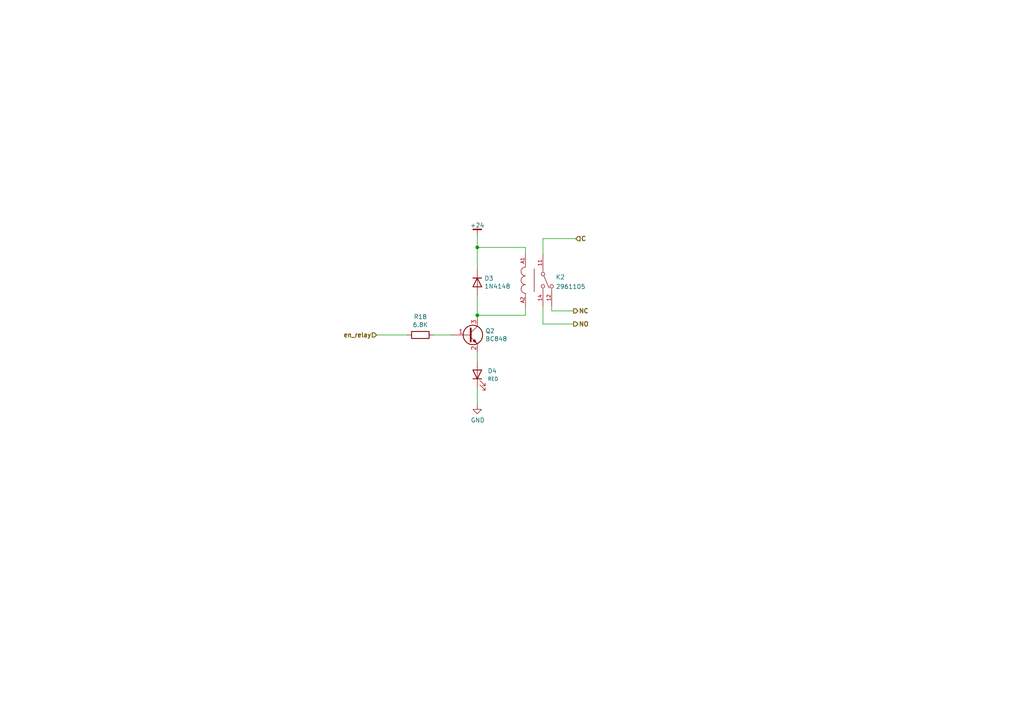
<source format=kicad_sch>
(kicad_sch (version 20211123) (generator eeschema)
  (paper "A4")
  (lib_symbols
    (symbol "Device:LED" (pin_numbers hide) (pin_names (offset 1.016) hide)
      (property "Reference" "D" (at 0 2.54 0))
      (property "Value" "Device_LED" (at 0 -2.54 0))
      (symbol "LED_0_1"
        (polyline (pts (xy -1.27 -1.27) (xy -1.27 1.27)) (stroke (width 0.254)))
        (polyline (pts (xy -1.27 0) (xy 1.27 0)))
        (polyline (pts (xy 1.27 -1.27) (xy 1.27 1.27) (xy -1.27 0) (xy 1.27 -1.27)) (stroke (width 0.254)))
        (polyline (pts (xy -3.048 -0.762) (xy -4.572 -2.286) (xy -3.81 -2.286) (xy -4.572 -2.286) (xy -4.572 -1.524)))
        (polyline (pts (xy -1.778 -0.762) (xy -3.302 -2.286) (xy -2.54 -2.286) (xy -3.302 -2.286) (xy -3.302 -1.524)))
      )
      (symbol "LED_1_1"
        (pin passive line (at -3.81 0 0) (length 2.54) (name "K") (number "1"))
        (pin passive line (at 3.81 0 180) (length 2.54) (name "A") (number "2"))
      )
    )
    (symbol "Device:R" (pin_numbers hide) (pin_names (offset 0))
      (property "Reference" "R" (at 2.032 0 90))
      (property "Value" "Device_R" (at 0 0 90))
      (symbol "R_0_1"
        (rectangle (start -1.016 -2.54) (end 1.016 2.54) (stroke (width 0.254)))
      )
      (symbol "R_1_1"
        (pin passive line (at 0 3.81 270) (length 1.27) (name "~") (number "1"))
        (pin passive line (at 0 -3.81 90) (length 1.27) (name "~") (number "2"))
      )
    )
    (symbol "Diode:1N4148" (pin_numbers hide) (pin_names (offset 1.016) hide)
      (property "Reference" "D" (at 0 2.54 0))
      (property "Value" "Diode_1N4148" (at 0 -2.54 0))
      (symbol "1N4148_0_1"
        (polyline (pts (xy -1.27 1.27) (xy -1.27 -1.27)) (stroke (width 0.254)))
        (polyline (pts (xy 1.27 0) (xy -1.27 0)))
        (polyline (pts (xy 1.27 1.27) (xy 1.27 -1.27) (xy -1.27 0) (xy 1.27 1.27)) (stroke (width 0.254)))
      )
      (symbol "1N4148_1_1"
        (pin passive line (at -3.81 0 0) (length 2.54) (name "K") (number "1"))
        (pin passive line (at 3.81 0 180) (length 2.54) (name "A") (number "2"))
      )
    )
    (symbol "Transistor_BJT:BC848" (pin_names (offset 0) hide)
      (property "Reference" "Q" (at 5.08 1.905 0))
      (property "Value" "Transistor_BJT_BC848" (at 5.08 0 0))
      (symbol "BC848_0_1"
        (polyline (pts (xy 0.635 0.635) (xy 2.54 2.54)))
        (polyline (pts (xy 0.635 -0.635) (xy 2.54 -2.54) (xy 2.54 -2.54)))
        (polyline (pts (xy 0.635 1.905) (xy 0.635 -1.905) (xy 0.635 -1.905)) (stroke (width 0.508)))
        (polyline (pts (xy 1.27 -1.778) (xy 1.778 -1.27) (xy 2.286 -2.286) (xy 1.27 -1.778) (xy 1.27 -1.778)) (fill (type outline)))
        (circle (center 1.27 0) (radius 2.8194) (stroke (width 0.254)))
      )
      (symbol "BC848_1_1"
        (pin input line (at -5.08 0 0) (length 5.715) (name "B") (number "1"))
        (pin passive line (at 2.54 -5.08 90) (length 2.54) (name "E") (number "2"))
        (pin passive line (at 2.54 5.08 270) (length 2.54) (name "C") (number "3"))
      )
    )
    (symbol "eec:2961105" (pin_names (offset 1.016))
      (property "Reference" "K" (at 0 7.62 0))
      (property "Value" "2961105" (at 0 10.16 0))
      (symbol "2961105_1_1"
        (polyline (pts (xy 8.89 0.254) (xy 12.446 1.778)))
        (polyline (pts (xy 13.462 -2.54) (xy 6.858 -2.54)))
        (arc (start 6.35 -5.08) (mid 7.62 -6.35) (end 8.89 -5.08))
        (circle (center 8.382 0) (radius 0.508))
        (arc (start 8.89 -5.08) (mid 10.16 -6.35) (end 11.43 -5.08))
        (arc (start 11.43 -5.08) (mid 12.7 -6.35) (end 13.97 -5.08))
        (circle (center 11.938 0) (radius 0.508))
        (circle (center 11.938 2.54) (radius 0.508))
        (pin passive line (at 2.54 0 0) (length 5.08) (name "11") (number "11"))
        (pin passive line (at 17.78 2.54 180) (length 5.08) (name "12") (number "12"))
        (pin passive line (at 17.78 0 180) (length 5.08) (name "14") (number "14"))
        (pin passive line (at 2.54 -5.08 0) (length 3.81) (name "A1") (number "A1"))
        (pin passive line (at 17.78 -5.08 180) (length 3.81) (name "A2") (number "A2"))
      )
    )
    (symbol "power1:+24" (power) (pin_names (offset 0))
      (property "Value" "+24" (at 0 2.54 0))
      (symbol "+24_0_1"
        (polyline (pts (xy 0 0.762) (xy 0 0)))
        (polyline (pts (xy 0 1.27) (xy 0 0.762)))
        (polyline (pts (xy -1.27 1.524) (xy 1.27 1.524) (xy 1.27 1.27) (xy -1.27 1.27) (xy -1.27 1.524)) (fill (type outline)))
      )
      (symbol "+24_1_1"
        (pin power_in line (at 0 0 90) (length 0) hide (name "+24") (number "1"))
      )
    )
    (symbol "power:GND" (power) (pin_names (offset 0))
      (property "Value" "power_GND" (at 0 -3.81 0))
      (symbol "GND_0_1"
        (polyline (pts (xy 0 0) (xy 0 -1.27) (xy 1.27 -1.27) (xy 0 -2.54) (xy -1.27 -1.27) (xy 0 -1.27)))
      )
      (symbol "GND_1_1"
        (pin power_in line (at 0 0 270) (length 0) hide (name "GND") (number "1"))
      )
    )
  )
  (junction (at 138.43 71.755))
  (junction (at 138.43 91.44))
  (wire (pts (xy 152.4 88.9) (xy 152.4 91.44)))
  (wire (pts (xy 138.43 67.945) (xy 138.43 71.755)))
  (wire (pts (xy 157.48 69.215) (xy 167.005 69.215)))
  (wire (pts (xy 157.48 88.9) (xy 157.48 93.98)))
  (wire (pts (xy 109.22 97.155) (xy 118.11 97.155)))
  (wire (pts (xy 138.43 117.475) (xy 138.43 112.395)))
  (wire (pts (xy 160.02 90.17) (xy 160.02 88.9)))
  (wire (pts (xy 125.73 97.155) (xy 130.81 97.155)))
  (wire (pts (xy 157.48 69.215) (xy 157.48 73.66)))
  (wire (pts (xy 138.43 104.775) (xy 138.43 102.235)))
  (wire (pts (xy 138.43 91.44) (xy 138.43 92.075)))
  (wire (pts (xy 166.37 90.17) (xy 160.02 90.17)))
  (wire (pts (xy 138.43 71.755) (xy 138.43 78.105)))
  (wire (pts (xy 152.4 91.44) (xy 138.43 91.44)))
  (wire (pts (xy 138.43 85.725) (xy 138.43 91.44)))
  (wire (pts (xy 138.43 71.755) (xy 152.4 71.755)))
  (wire (pts (xy 157.48 93.98) (xy 166.37 93.98)))
  (wire (pts (xy 152.4 73.66) (xy 152.4 71.755)))
  (hierarchical_label "NC" (shape output) (at 166.37 90.17 0) (effects (font (thickness 0.254) bold)))
  (hierarchical_label "NO" (shape output) (at 166.37 93.98 0) (effects (font (thickness 0.254) bold)))
  (hierarchical_label "en_relay" (shape input) (at 109.22 97.155 180) (effects (font (thickness 0.254) bold)))
  (hierarchical_label "C" (shape input) (at 167.005 69.215 0) (effects (font (thickness 0.254) bold)))
  (symbol (lib_id "power1:+24") (at 138.43 67.945 0)
    (property "Reference" "#PWR036" (effects hide))
    (property "Value" "+24" (at 138.43 65.3565 0))
  )
  (symbol (lib_id "power:GND") (at 138.43 117.475 0)
    (property "Reference" "#PWR0122" (effects hide))
    (property "Value" "GND" (at 138.557 121.8692 0))
  )
  (symbol (lib_id "Device:LED") (at 138.43 108.585 90)
    (property "Reference" "D4" (at 141.4272 107.5944 90) (effects (justify right)))
    (property "Value" "RED" (at 141.4272 109.9058 90) (effects (font (size 1.016 1.016)) (justify right)))
    (property "Footprint" "LED_SMD:LED_1206_3216Metric" (effects hide))
    (property "Datasheet" "https://www.aopled.com/AOP_PDFs/L152L-LIC.pdf" (effects hide))
  )
  (symbol (lib_id "Transistor_BJT:BC848") (at 135.89 97.155 0)
    (property "Reference" "Q2" (at 140.7414 95.9866 0) (effects (justify left)))
    (property "Value" "BC848" (at 140.7414 98.298 0) (effects (justify left)))
    (property "Footprint" "Package_TO_SOT_SMD:SOT-23" (effects hide))
    (property "Datasheet" "http://www.infineon.com/dgdl/Infineon-BC847SERIES_BC848SERIES_BC849SERIES_BC850SERIES-DS-v01_01-en.pdf?fileId=db3a304314dca389011541d4630a1657" (effects hide))
  )
  (symbol (lib_id "Diode:1N4148") (at 138.43 81.915 270)
    (property "Reference" "D3" (at 140.462 80.7466 90) (effects (justify left)))
    (property "Value" "1N4148" (at 140.462 83.058 90) (effects (justify left)))
    (property "Footprint" "Diode_SMD:D_SOD-323" (effects hide))
    (property "Datasheet" "https://www.diodes.com/assets/Datasheets/1N4148WSF.pdf" (effects hide))
  )
  (symbol (lib_id "eec:2961105") (at 157.48 71.12 270)
    (property "Reference" "K2" (at 161.163 80.3715 90) (effects (justify left)))
    (property "Value" "2961105" (at 161.163 83.1466 90) (effects (justify left)))
    (property "Footprint" "Phoenix_Contact-2961105-0-0-*" (effects hide))
    (property "Datasheet" "https://media.digikey.com/pdf/Data%20Sheets/Phoenix%20Contact%20PDFs/REL-MR-...21.pdf" (effects hide))
    (property "ambient temperature range high" "+85°C" (effects hide))
    (property "ambient temperature range low" "-40°C" (effects hide))
    (property "category" "Relay" (effects hide))
    (property "coil current" "7mA" (effects hide))
    (property "coil power" "0.17W" (effects hide))
    (property "coil resistance" "3390Ω" (effects hide))
    (property "coil type" "Non-Latching" (effects hide))
    (property "current rating" "6A" (effects hide))
    (property "device class L1" "Electromechanical" (effects hide))
    (property "device class L2" "Relays" (effects hide))
    (property "device class L3" "Power Relays" (effects hide))
    (property "digikey description" "RELAY GEN PURPOSE SPDT 6A 24V" (effects hide))
    (property "digikey part number" "277-2388-ND" (effects hide))
    (property "footprint url" "https://media.digikey.com/pdf/Data%20Sheets/Phoenix%20Contact%20PDFs/2961105.pdf" (effects hide))
    (property "height" "15mm" (effects hide))
    (property "lead free" "yes" (effects hide))
    (property "library id" "d282de2911a5a8f3" (effects hide))
    (property "manufacturer" "Phoenix Contact" (effects hide))
    (property "mouser description" "Industrial Relays REL-MR-24DC/21 REPLACEMENT RELAY" (effects hide))
    (property "mouser part number" "651-2961105" (effects hide))
    (property "number of contacts" "1" (effects hide))
    (property "package" "PTH_RELAY_28MM0_5MM0" (effects hide))
    (property "rohs" "yes" (effects hide))
    (property "temperature range high" "+85°C" (effects hide))
    (property "temperature range low" "-40°C" (effects hide))
    (property "throw configuration" "SPDT" (effects hide))
    (property "voltage rating AC" "250V" (effects hide))
    (property "voltage rating DC" "250V" (effects hide))
  )
  (symbol (lib_id "Device:R") (at 121.92 97.155 90)
    (property "Reference" "R18" (at 121.92 91.8972 90))
    (property "Value" "6.8K" (at 121.92 94.2086 90))
    (property "Footprint" "Resistor_SMD:R_0603_1608Metric_Pad0.98x0.95mm_HandSolder" (effects hide))
  )
)
</source>
